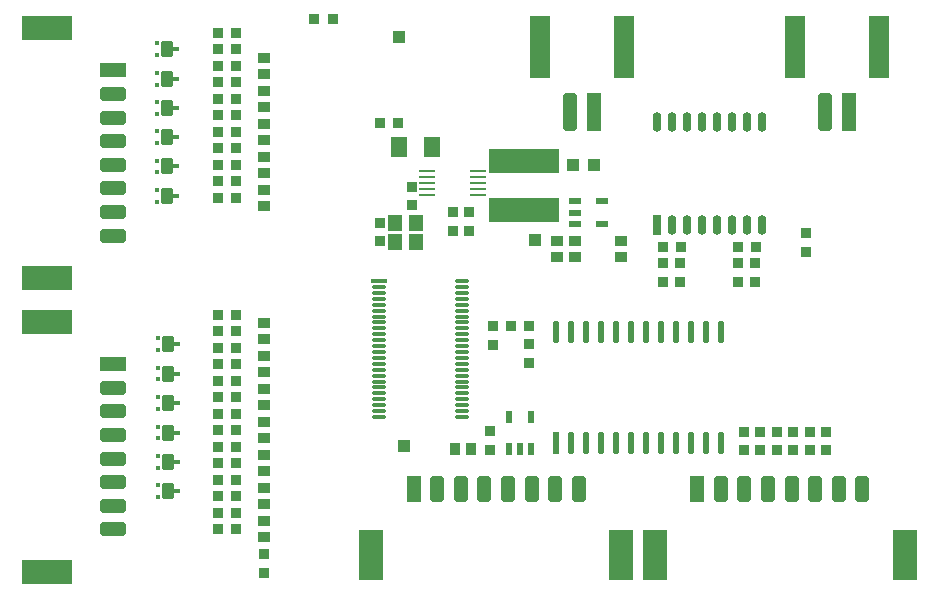
<source format=gtp>
G04 Layer_Color=8421504*
%FSTAX24Y24*%
%MOIN*%
G70*
G01*
G75*
%ADD10R,0.0413X0.0236*%
%ADD11R,0.0551X0.0110*%
%ADD12R,0.0453X0.0551*%
G04:AMPARAMS|DCode=13|XSize=39.4mil|YSize=51.2mil|CornerRadius=3mil|HoleSize=0mil|Usage=FLASHONLY|Rotation=0.000|XOffset=0mil|YOffset=0mil|HoleType=Round|Shape=RoundedRectangle|*
%AMROUNDEDRECTD13*
21,1,0.0394,0.0453,0,0,0.0*
21,1,0.0335,0.0512,0,0,0.0*
1,1,0.0059,0.0167,-0.0226*
1,1,0.0059,-0.0167,-0.0226*
1,1,0.0059,-0.0167,0.0226*
1,1,0.0059,0.0167,0.0226*
%
%ADD13ROUNDEDRECTD13*%
%ADD14R,0.0177X0.0118*%
%ADD15R,0.0197X0.0122*%
%ADD16R,0.0335X0.0335*%
%ADD17R,0.0335X0.0335*%
%ADD18R,0.0394X0.0354*%
G04:AMPARAMS|DCode=19|XSize=47.2mil|YSize=86.6mil|CornerRadius=11.8mil|HoleSize=0mil|Usage=FLASHONLY|Rotation=270.000|XOffset=0mil|YOffset=0mil|HoleType=Round|Shape=RoundedRectangle|*
%AMROUNDEDRECTD19*
21,1,0.0472,0.0630,0,0,270.0*
21,1,0.0236,0.0866,0,0,270.0*
1,1,0.0236,-0.0315,-0.0118*
1,1,0.0236,-0.0315,0.0118*
1,1,0.0236,0.0315,0.0118*
1,1,0.0236,0.0315,-0.0118*
%
%ADD19ROUNDEDRECTD19*%
%ADD20R,0.1654X0.0787*%
%ADD21R,0.0866X0.0472*%
%ADD22O,0.0532X0.0118*%
%ADD23R,0.0532X0.0118*%
%ADD24R,0.0551X0.0709*%
%ADD25R,0.2362X0.0827*%
G04:AMPARAMS|DCode=26|XSize=47.2mil|YSize=86.6mil|CornerRadius=11.8mil|HoleSize=0mil|Usage=FLASHONLY|Rotation=0.000|XOffset=0mil|YOffset=0mil|HoleType=Round|Shape=RoundedRectangle|*
%AMROUNDEDRECTD26*
21,1,0.0472,0.0630,0,0,0.0*
21,1,0.0236,0.0866,0,0,0.0*
1,1,0.0236,0.0118,-0.0315*
1,1,0.0236,-0.0118,-0.0315*
1,1,0.0236,-0.0118,0.0315*
1,1,0.0236,0.0118,0.0315*
%
%ADD26ROUNDEDRECTD26*%
%ADD27R,0.0787X0.1654*%
%ADD28R,0.0472X0.0866*%
%ADD29R,0.0354X0.0394*%
%ADD30R,0.0236X0.0394*%
%ADD31O,0.0217X0.0768*%
%ADD32R,0.0217X0.0768*%
%ADD33R,0.0394X0.0394*%
%ADD34R,0.0669X0.2087*%
G04:AMPARAMS|DCode=35|XSize=47.2mil|YSize=126mil|CornerRadius=11.8mil|HoleSize=0mil|Usage=FLASHONLY|Rotation=180.000|XOffset=0mil|YOffset=0mil|HoleType=Round|Shape=RoundedRectangle|*
%AMROUNDEDRECTD35*
21,1,0.0472,0.1024,0,0,180.0*
21,1,0.0236,0.1260,0,0,180.0*
1,1,0.0236,-0.0118,0.0512*
1,1,0.0236,0.0118,0.0512*
1,1,0.0236,0.0118,-0.0512*
1,1,0.0236,-0.0118,-0.0512*
%
%ADD35ROUNDEDRECTD35*%
%ADD36R,0.0472X0.1260*%
%ADD37O,0.0299X0.0669*%
%ADD38R,0.0299X0.0669*%
D10*
X032116Y040131D02*
D03*
Y039757D02*
D03*
Y039383D02*
D03*
X033021D02*
D03*
Y040131D02*
D03*
D11*
X027207Y041134D02*
D03*
Y040937D02*
D03*
Y04074D02*
D03*
Y040543D02*
D03*
Y040346D02*
D03*
X028893Y041134D02*
D03*
Y040937D02*
D03*
Y04074D02*
D03*
Y040543D02*
D03*
Y040346D02*
D03*
D12*
X026128Y039412D02*
D03*
X026817D02*
D03*
X026128Y038762D02*
D03*
X026817D02*
D03*
D13*
X018569Y030474D02*
D03*
Y03144D02*
D03*
Y032423D02*
D03*
Y033407D02*
D03*
Y035374D02*
D03*
Y03439D02*
D03*
X018543Y045207D02*
D03*
Y044219D02*
D03*
Y043232D02*
D03*
X018543Y042283D02*
D03*
Y041295D02*
D03*
Y040308D02*
D03*
D14*
X018214Y030277D02*
D03*
Y030671D02*
D03*
Y031243D02*
D03*
Y031637D02*
D03*
Y032227D02*
D03*
Y03262D02*
D03*
Y03321D02*
D03*
Y033604D02*
D03*
Y035177D02*
D03*
Y035571D02*
D03*
Y034193D02*
D03*
Y034587D02*
D03*
X018189Y045404D02*
D03*
Y04501D02*
D03*
Y044416D02*
D03*
Y044023D02*
D03*
Y043429D02*
D03*
Y043035D02*
D03*
X018189Y04248D02*
D03*
Y042086D02*
D03*
Y041492D02*
D03*
Y041099D02*
D03*
Y040505D02*
D03*
Y040111D02*
D03*
D15*
X018864Y030474D02*
D03*
Y03144D02*
D03*
Y032423D02*
D03*
Y033407D02*
D03*
Y035374D02*
D03*
Y03439D02*
D03*
X018839Y045207D02*
D03*
Y044219D02*
D03*
Y043232D02*
D03*
X018839Y042283D02*
D03*
Y041295D02*
D03*
Y040308D02*
D03*
D16*
X021769Y028362D02*
D03*
Y027752D02*
D03*
X0267Y040625D02*
D03*
Y040015D02*
D03*
X025619Y039412D02*
D03*
Y038802D02*
D03*
X02805Y039765D02*
D03*
Y039155D02*
D03*
X0286Y039765D02*
D03*
Y039155D02*
D03*
X03775Y031845D02*
D03*
Y032455D02*
D03*
X0383Y031845D02*
D03*
Y032455D02*
D03*
X03885Y031845D02*
D03*
Y032455D02*
D03*
X0394Y031845D02*
D03*
Y032455D02*
D03*
X03995D02*
D03*
Y031845D02*
D03*
X0405Y032455D02*
D03*
Y031845D02*
D03*
X029294Y031855D02*
D03*
Y032465D02*
D03*
X030594Y035365D02*
D03*
Y034755D02*
D03*
X029394Y035965D02*
D03*
Y035355D02*
D03*
X039844Y039065D02*
D03*
Y038455D02*
D03*
X035619Y037452D02*
D03*
Y038062D02*
D03*
X035069Y037452D02*
D03*
Y038062D02*
D03*
X037569D02*
D03*
Y037452D02*
D03*
X038119Y038062D02*
D03*
Y037452D02*
D03*
D17*
X020213Y029207D02*
D03*
X020824D02*
D03*
X020213Y029757D02*
D03*
X020824D02*
D03*
Y030307D02*
D03*
X020213D02*
D03*
Y030857D02*
D03*
X020824D02*
D03*
Y031407D02*
D03*
X020213D02*
D03*
Y031957D02*
D03*
X020824D02*
D03*
Y044657D02*
D03*
X020213D02*
D03*
X020824Y045757D02*
D03*
X020213D02*
D03*
X020824Y043557D02*
D03*
X020213D02*
D03*
X020824Y042457D02*
D03*
X020213D02*
D03*
X020824Y041357D02*
D03*
X020213D02*
D03*
X020824Y040257D02*
D03*
X020213D02*
D03*
Y040807D02*
D03*
X020824D02*
D03*
X020213Y041907D02*
D03*
X020824D02*
D03*
X020213Y043007D02*
D03*
X020824D02*
D03*
X020213Y044107D02*
D03*
X020824D02*
D03*
X020213Y045207D02*
D03*
X020824D02*
D03*
X020213Y036357D02*
D03*
X020824D02*
D03*
X020213Y035257D02*
D03*
X020824D02*
D03*
Y035807D02*
D03*
X020213D02*
D03*
X020824Y034707D02*
D03*
X020213D02*
D03*
Y034157D02*
D03*
X020824D02*
D03*
Y033607D02*
D03*
X020213D02*
D03*
Y033057D02*
D03*
X020824D02*
D03*
Y032507D02*
D03*
X020213D02*
D03*
X025613Y042757D02*
D03*
X026224D02*
D03*
X024049Y04621D02*
D03*
X023439D02*
D03*
X030599Y03596D02*
D03*
X029989D02*
D03*
X035063Y038607D02*
D03*
X035674D02*
D03*
X037563D02*
D03*
X038174D02*
D03*
D18*
X021769Y031141D02*
D03*
Y031673D02*
D03*
Y030041D02*
D03*
Y030573D02*
D03*
Y028941D02*
D03*
Y029473D02*
D03*
Y043291D02*
D03*
Y043823D02*
D03*
Y042191D02*
D03*
Y042723D02*
D03*
Y044391D02*
D03*
Y044923D02*
D03*
Y041091D02*
D03*
Y041623D02*
D03*
Y039991D02*
D03*
Y040523D02*
D03*
Y035541D02*
D03*
Y036073D02*
D03*
Y034441D02*
D03*
Y034973D02*
D03*
Y032241D02*
D03*
Y032773D02*
D03*
Y033341D02*
D03*
Y033873D02*
D03*
X031518Y038291D02*
D03*
Y038823D02*
D03*
X032118Y038291D02*
D03*
Y038823D02*
D03*
X033668Y038291D02*
D03*
Y038823D02*
D03*
D19*
X016732Y029195D02*
D03*
Y029982D02*
D03*
Y03077D02*
D03*
Y031557D02*
D03*
Y032345D02*
D03*
Y033132D02*
D03*
Y033919D02*
D03*
Y038986D02*
D03*
Y039774D02*
D03*
Y040561D02*
D03*
Y041349D02*
D03*
Y042136D02*
D03*
Y042923D02*
D03*
Y043711D02*
D03*
D20*
X014535Y027778D02*
D03*
Y036124D02*
D03*
Y037569D02*
D03*
Y045916D02*
D03*
D21*
X016732Y034707D02*
D03*
Y044498D02*
D03*
D22*
X028346Y032943D02*
D03*
Y03314D02*
D03*
Y033337D02*
D03*
Y033534D02*
D03*
Y03373D02*
D03*
Y033927D02*
D03*
Y034124D02*
D03*
Y034321D02*
D03*
Y034518D02*
D03*
Y034715D02*
D03*
Y034912D02*
D03*
Y035108D02*
D03*
Y035305D02*
D03*
Y035502D02*
D03*
Y035699D02*
D03*
Y035896D02*
D03*
Y036093D02*
D03*
Y03629D02*
D03*
Y036486D02*
D03*
Y036683D02*
D03*
Y03688D02*
D03*
Y037077D02*
D03*
Y037274D02*
D03*
Y037471D02*
D03*
X025591Y032943D02*
D03*
Y03314D02*
D03*
Y033337D02*
D03*
Y033534D02*
D03*
Y03373D02*
D03*
Y033927D02*
D03*
Y034124D02*
D03*
Y034321D02*
D03*
Y034518D02*
D03*
Y034715D02*
D03*
Y034912D02*
D03*
Y035108D02*
D03*
Y035305D02*
D03*
Y035502D02*
D03*
Y035699D02*
D03*
Y035896D02*
D03*
Y036093D02*
D03*
Y03629D02*
D03*
Y036486D02*
D03*
Y036683D02*
D03*
Y03688D02*
D03*
Y037077D02*
D03*
Y037274D02*
D03*
D23*
Y037471D02*
D03*
D24*
X026277Y041927D02*
D03*
X02736D02*
D03*
D25*
X030419Y041484D02*
D03*
Y03983D02*
D03*
D26*
X03226Y030553D02*
D03*
X031472D02*
D03*
X030685D02*
D03*
X029898D02*
D03*
X02911D02*
D03*
X028323D02*
D03*
X027535D02*
D03*
X041709D02*
D03*
X040921D02*
D03*
X040134D02*
D03*
X039346D02*
D03*
X038559D02*
D03*
X037772D02*
D03*
X036984D02*
D03*
D27*
X033677Y028356D02*
D03*
X025331D02*
D03*
X043126D02*
D03*
X03478D02*
D03*
D28*
X026748Y030553D02*
D03*
X036197D02*
D03*
D29*
X028128Y03186D02*
D03*
X028659D02*
D03*
D30*
X02992Y032951D02*
D03*
X030668D02*
D03*
Y031869D02*
D03*
X030294D02*
D03*
X02992D02*
D03*
D31*
X036994Y03576D02*
D03*
X036494D02*
D03*
X035994D02*
D03*
X035494D02*
D03*
X034994D02*
D03*
X034494D02*
D03*
X033994D02*
D03*
X033494D02*
D03*
X032994D02*
D03*
X032494D02*
D03*
X031994D02*
D03*
X031494D02*
D03*
X036994Y03206D02*
D03*
X036494D02*
D03*
X035994D02*
D03*
X035494D02*
D03*
X034994D02*
D03*
X034494D02*
D03*
X033994D02*
D03*
X033494D02*
D03*
X032994D02*
D03*
X032494D02*
D03*
X031994D02*
D03*
D32*
X031494D02*
D03*
D33*
X026444Y03196D02*
D03*
X03205Y04135D02*
D03*
X03275D02*
D03*
X0308Y03885D02*
D03*
X02625Y0456D02*
D03*
D34*
X030959Y045267D02*
D03*
X033754D02*
D03*
X039459D02*
D03*
X042254D02*
D03*
D35*
X031963Y04311D02*
D03*
X040463D02*
D03*
D36*
X03275D02*
D03*
X04125D02*
D03*
D37*
X038368Y042779D02*
D03*
X037868D02*
D03*
X037369D02*
D03*
X036869D02*
D03*
X036369D02*
D03*
X035868D02*
D03*
X035368D02*
D03*
X034869D02*
D03*
X038368Y039334D02*
D03*
X037868D02*
D03*
X037369D02*
D03*
X036869D02*
D03*
X036369D02*
D03*
X035868D02*
D03*
X035368D02*
D03*
D38*
X034869D02*
D03*
M02*

</source>
